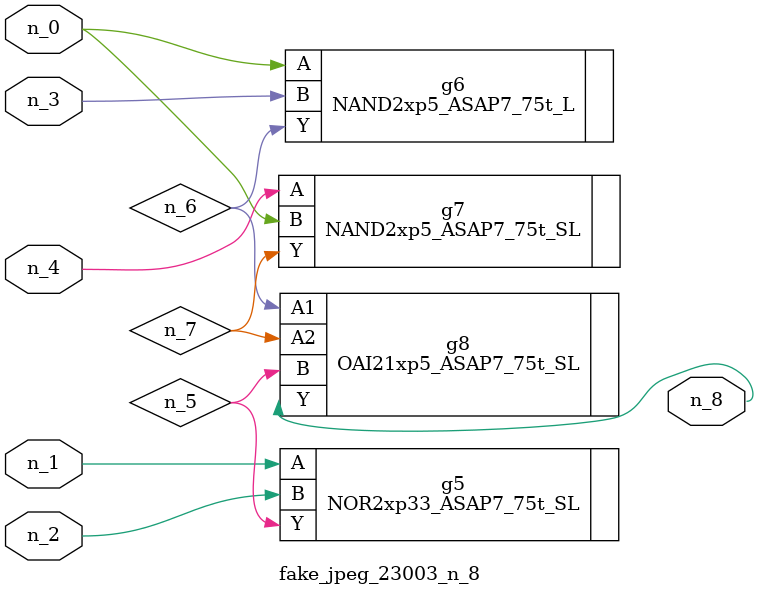
<source format=v>
module fake_jpeg_23003_n_8 (n_3, n_2, n_1, n_0, n_4, n_8);

input n_3;
input n_2;
input n_1;
input n_0;
input n_4;

output n_8;

wire n_6;
wire n_5;
wire n_7;

NOR2xp33_ASAP7_75t_SL g5 ( 
.A(n_1),
.B(n_2),
.Y(n_5)
);

NAND2xp5_ASAP7_75t_L g6 ( 
.A(n_0),
.B(n_3),
.Y(n_6)
);

NAND2xp5_ASAP7_75t_SL g7 ( 
.A(n_4),
.B(n_0),
.Y(n_7)
);

OAI21xp5_ASAP7_75t_SL g8 ( 
.A1(n_6),
.A2(n_7),
.B(n_5),
.Y(n_8)
);


endmodule
</source>
